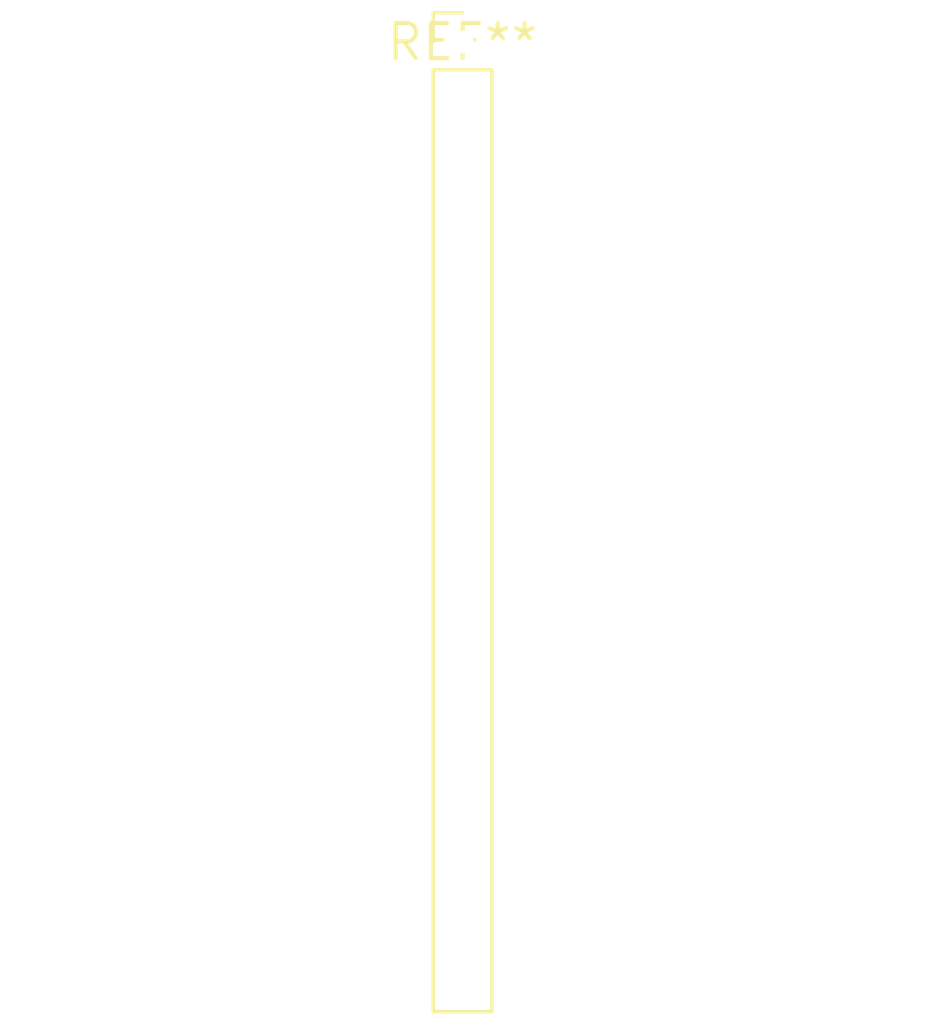
<source format=kicad_pcb>
(kicad_pcb (version 20240108) (generator pcbnew)
  (layers (0 "F.Cu" signal) (31 "B.Cu" signal) (34 "B.Paste" user) (35 "F.Paste" user) (36 "B.SilkS" user "B.Silkscreen") (37 "F.SilkS" user "F.Silkscreen") (38 "B.Mask" user) (39 "F.Mask" user) (44 "Edge.Cuts" user))
  (net 0 "")
  (footprint "PinHeader_1x18_P2.00mm_Vertical" (layer "F.Cu") (at 0 0)
    (property "Reference" "REF**")
    (property "Value" "PinHeader_1x18_P2.00mm_Vertical")
    (fp_line (start -1.06 -1.06) (end 0 -1.06) (layer "F.SilkS") (stroke (width 0.12)))
    (fp_line (start -1.06 0) (end -1.06 -1.06) (layer "F.SilkS") (stroke (width 0.12)))
    (fp_line (start -1.06 1) (end -1.06 35.06) (layer "F.SilkS") (stroke (width 0.12)))
    (fp_line (start -1.06 1) (end 1.06 1) (layer "F.SilkS") (stroke (width 0.12)))
    (fp_line (start -1.06 35.06) (end 1.06 35.06) (layer "F.SilkS") (stroke (width 0.12)))
    (fp_line (start 1.06 1) (end 1.06 35.06) (layer "F.SilkS") (stroke (width 0.12)))
    (pad "1" thru_hole rect (at 0 0) (size 1.35 1.35) (drill 0.8) (layers *.Cu *.Mask) (remove_unused_layers))
    (pad "2" thru_hole oval (at 0 2) (size 1.35 1.35) (drill 0.8) (layers *.Cu *.Mask) (remove_unused_layers))
    (pad "3" thru_hole oval (at 0 4) (size 1.35 1.35) (drill 0.8) (layers *.Cu *.Mask) (remove_unused_layers))
    (pad "4" thru_hole oval (at 0 6) (size 1.35 1.35) (drill 0.8) (layers *.Cu *.Mask) (remove_unused_layers))
    (pad "5" thru_hole oval (at 0 8) (size 1.35 1.35) (drill 0.8) (layers *.Cu *.Mask) (remove_unused_layers))
    (pad "6" thru_hole oval (at 0 10) (size 1.35 1.35) (drill 0.8) (layers *.Cu *.Mask) (remove_unused_layers))
    (pad "7" thru_hole oval (at 0 12) (size 1.35 1.35) (drill 0.8) (layers *.Cu *.Mask) (remove_unused_layers))
    (pad "8" thru_hole oval (at 0 14) (size 1.35 1.35) (drill 0.8) (layers *.Cu *.Mask) (remove_unused_layers))
    (pad "9" thru_hole oval (at 0 16) (size 1.35 1.35) (drill 0.8) (layers *.Cu *.Mask) (remove_unused_layers))
    (pad "10" thru_hole oval (at 0 18) (size 1.35 1.35) (drill 0.8) (layers *.Cu *.Mask) (remove_unused_layers))
    (pad "11" thru_hole oval (at 0 20) (size 1.35 1.35) (drill 0.8) (layers *.Cu *.Mask) (remove_unused_layers))
    (pad "12" thru_hole oval (at 0 22) (size 1.35 1.35) (drill 0.8) (layers *.Cu *.Mask) (remove_unused_layers))
    (pad "13" thru_hole oval (at 0 24) (size 1.35 1.35) (drill 0.8) (layers *.Cu *.Mask) (remove_unused_layers))
    (pad "14" thru_hole oval (at 0 26) (size 1.35 1.35) (drill 0.8) (layers *.Cu *.Mask) (remove_unused_layers))
    (pad "15" thru_hole oval (at 0 28) (size 1.35 1.35) (drill 0.8) (layers *.Cu *.Mask) (remove_unused_layers))
    (pad "16" thru_hole oval (at 0 30) (size 1.35 1.35) (drill 0.8) (layers *.Cu *.Mask) (remove_unused_layers))
    (pad "17" thru_hole oval (at 0 32) (size 1.35 1.35) (drill 0.8) (layers *.Cu *.Mask) (remove_unused_layers))
    (pad "18" thru_hole oval (at 0 34) (size 1.35 1.35) (drill 0.8) (layers *.Cu *.Mask) (remove_unused_layers))
  )
)
</source>
